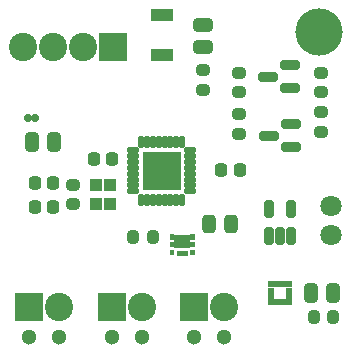
<source format=gbr>
%TF.GenerationSoftware,KiCad,Pcbnew,6.0.2+dfsg-1*%
%TF.CreationDate,2023-10-20T16:05:58+09:00*%
%TF.ProjectId,Hibot_agostiniLuca,4869626f-745f-4616-976f-7374696e694c,rev?*%
%TF.SameCoordinates,Original*%
%TF.FileFunction,Soldermask,Top*%
%TF.FilePolarity,Negative*%
%FSLAX46Y46*%
G04 Gerber Fmt 4.6, Leading zero omitted, Abs format (unit mm)*
G04 Created by KiCad (PCBNEW 6.0.2+dfsg-1) date 2023-10-20 16:05:58*
%MOMM*%
%LPD*%
G01*
G04 APERTURE LIST*
G04 Aperture macros list*
%AMRoundRect*
0 Rectangle with rounded corners*
0 $1 Rounding radius*
0 $2 $3 $4 $5 $6 $7 $8 $9 X,Y pos of 4 corners*
0 Add a 4 corners polygon primitive as box body*
4,1,4,$2,$3,$4,$5,$6,$7,$8,$9,$2,$3,0*
0 Add four circle primitives for the rounded corners*
1,1,$1+$1,$2,$3*
1,1,$1+$1,$4,$5*
1,1,$1+$1,$6,$7*
1,1,$1+$1,$8,$9*
0 Add four rect primitives between the rounded corners*
20,1,$1+$1,$2,$3,$4,$5,0*
20,1,$1+$1,$4,$5,$6,$7,0*
20,1,$1+$1,$6,$7,$8,$9,0*
20,1,$1+$1,$8,$9,$2,$3,0*%
G04 Aperture macros list end*
%ADD10C,0.010000*%
%ADD11RoundRect,0.300000X0.275000X-0.200000X0.275000X0.200000X-0.275000X0.200000X-0.275000X-0.200000X0*%
%ADD12RoundRect,0.300000X-0.275000X0.200000X-0.275000X-0.200000X0.275000X-0.200000X0.275000X0.200000X0*%
%ADD13C,1.800000*%
%ADD14RoundRect,0.100000X0.175000X-0.187500X0.175000X0.187500X-0.175000X0.187500X-0.175000X-0.187500X0*%
%ADD15RoundRect,0.100000X0.187500X0.175000X-0.187500X0.175000X-0.187500X-0.175000X0.187500X-0.175000X0*%
%ADD16RoundRect,0.300000X-0.200000X-0.275000X0.200000X-0.275000X0.200000X0.275000X-0.200000X0.275000X0*%
%ADD17RoundRect,0.350000X0.475000X-0.250000X0.475000X0.250000X-0.475000X0.250000X-0.475000X-0.250000X0*%
%ADD18RoundRect,0.200000X0.130000X0.100000X-0.130000X0.100000X-0.130000X-0.100000X0.130000X-0.100000X0*%
%ADD19RoundRect,0.100000X0.400000X0.450000X-0.400000X0.450000X-0.400000X-0.450000X0.400000X-0.450000X0*%
%ADD20RoundRect,0.325000X0.225000X0.250000X-0.225000X0.250000X-0.225000X-0.250000X0.225000X-0.250000X0*%
%ADD21RoundRect,0.350000X-0.250000X-0.475000X0.250000X-0.475000X0.250000X0.475000X-0.250000X0.475000X0*%
%ADD22C,1.300000*%
%ADD23RoundRect,0.100000X-1.100000X-1.100000X1.100000X-1.100000X1.100000X1.100000X-1.100000X1.100000X0*%
%ADD24C,2.400000*%
%ADD25RoundRect,0.100000X1.100000X1.100000X-1.100000X1.100000X-1.100000X-1.100000X1.100000X-1.100000X0*%
%ADD26RoundRect,0.343750X0.243750X0.456250X-0.243750X0.456250X-0.243750X-0.456250X0.243750X-0.456250X0*%
%ADD27RoundRect,0.300000X0.200000X0.275000X-0.200000X0.275000X-0.200000X-0.275000X0.200000X-0.275000X0*%
%ADD28RoundRect,0.162500X-0.375000X-0.062500X0.375000X-0.062500X0.375000X0.062500X-0.375000X0.062500X0*%
%ADD29RoundRect,0.162500X-0.062500X-0.375000X0.062500X-0.375000X0.062500X0.375000X-0.062500X0.375000X0*%
%ADD30RoundRect,0.100000X-1.550000X-1.550000X1.550000X-1.550000X1.550000X1.550000X-1.550000X1.550000X0*%
%ADD31RoundRect,0.250000X0.150000X-0.512500X0.150000X0.512500X-0.150000X0.512500X-0.150000X-0.512500X0*%
%ADD32RoundRect,0.325000X-0.225000X-0.250000X0.225000X-0.250000X0.225000X0.250000X-0.225000X0.250000X0*%
%ADD33RoundRect,0.100000X0.850000X-0.450000X0.850000X0.450000X-0.850000X0.450000X-0.850000X-0.450000X0*%
%ADD34RoundRect,0.250000X0.587500X0.150000X-0.587500X0.150000X-0.587500X-0.150000X0.587500X-0.150000X0*%
%ADD35C,4.000000*%
G04 APERTURE END LIST*
D10*
%TO.C,U6*%
X139640000Y-106165000D02*
X139940000Y-106165000D01*
X139940000Y-106165000D02*
X139940000Y-106515000D01*
X139940000Y-106515000D02*
X139640000Y-106515000D01*
X139640000Y-106515000D02*
X139640000Y-106165000D01*
G36*
X139940000Y-106515000D02*
G01*
X139640000Y-106515000D01*
X139640000Y-106165000D01*
X139940000Y-106165000D01*
X139940000Y-106515000D01*
G37*
X139940000Y-106515000D02*
X139640000Y-106515000D01*
X139640000Y-106165000D01*
X139940000Y-106165000D01*
X139940000Y-106515000D01*
X140255000Y-106565000D02*
X140255000Y-106285000D01*
X140255000Y-106285000D02*
X141085000Y-106285000D01*
X141085000Y-106285000D02*
X141085000Y-106565000D01*
X141085000Y-106565000D02*
X140255000Y-106565000D01*
G36*
X141085000Y-106565000D02*
G01*
X140255000Y-106565000D01*
X140255000Y-106285000D01*
X141085000Y-106285000D01*
X141085000Y-106565000D01*
G37*
X141085000Y-106565000D02*
X140255000Y-106565000D01*
X140255000Y-106285000D01*
X141085000Y-106285000D01*
X141085000Y-106565000D01*
X139940000Y-105865000D02*
X139640000Y-105865000D01*
X139640000Y-105865000D02*
X139640000Y-105515000D01*
X139640000Y-105515000D02*
X139940000Y-105515000D01*
X139940000Y-105515000D02*
X139940000Y-105865000D01*
G36*
X139940000Y-105865000D02*
G01*
X139640000Y-105865000D01*
X139640000Y-105515000D01*
X139940000Y-105515000D01*
X139940000Y-105865000D01*
G37*
X139940000Y-105865000D02*
X139640000Y-105865000D01*
X139640000Y-105515000D01*
X139940000Y-105515000D01*
X139940000Y-105865000D01*
X141690000Y-105215000D02*
X141390000Y-105215000D01*
X141390000Y-105215000D02*
X141390000Y-104865000D01*
X141390000Y-104865000D02*
X141690000Y-104865000D01*
X141690000Y-104865000D02*
X141690000Y-105215000D01*
G36*
X141690000Y-105215000D02*
G01*
X141390000Y-105215000D01*
X141390000Y-104865000D01*
X141690000Y-104865000D01*
X141690000Y-105215000D01*
G37*
X141690000Y-105215000D02*
X141390000Y-105215000D01*
X141390000Y-104865000D01*
X141690000Y-104865000D01*
X141690000Y-105215000D01*
X141690000Y-105865000D02*
X141390000Y-105865000D01*
X141390000Y-105865000D02*
X141390000Y-105515000D01*
X141390000Y-105515000D02*
X141690000Y-105515000D01*
X141690000Y-105515000D02*
X141690000Y-105865000D01*
G36*
X141690000Y-105865000D02*
G01*
X141390000Y-105865000D01*
X141390000Y-105515000D01*
X141690000Y-105515000D01*
X141690000Y-105865000D01*
G37*
X141690000Y-105865000D02*
X141390000Y-105865000D01*
X141390000Y-105515000D01*
X141690000Y-105515000D01*
X141690000Y-105865000D01*
X140045000Y-105935000D02*
X140045000Y-104885000D01*
X140045000Y-104885000D02*
X141295000Y-104885000D01*
X141295000Y-104885000D02*
X141295000Y-105935000D01*
X141295000Y-105935000D02*
X140045000Y-105935000D01*
G36*
X141295000Y-105935000D02*
G01*
X140045000Y-105935000D01*
X140045000Y-104885000D01*
X141295000Y-104885000D01*
X141295000Y-105935000D01*
G37*
X141295000Y-105935000D02*
X140045000Y-105935000D01*
X140045000Y-104885000D01*
X141295000Y-104885000D01*
X141295000Y-105935000D01*
X139940000Y-105215000D02*
X139640000Y-105215000D01*
X139640000Y-105215000D02*
X139640000Y-104865000D01*
X139640000Y-104865000D02*
X139940000Y-104865000D01*
X139940000Y-104865000D02*
X139940000Y-105215000D01*
G36*
X139940000Y-105215000D02*
G01*
X139640000Y-105215000D01*
X139640000Y-104865000D01*
X139940000Y-104865000D01*
X139940000Y-105215000D01*
G37*
X139940000Y-105215000D02*
X139640000Y-105215000D01*
X139640000Y-104865000D01*
X139940000Y-104865000D01*
X139940000Y-105215000D01*
X141390000Y-106165000D02*
X141690000Y-106165000D01*
X141690000Y-106165000D02*
X141690000Y-106515000D01*
X141690000Y-106515000D02*
X141390000Y-106515000D01*
X141390000Y-106515000D02*
X141390000Y-106165000D01*
G36*
X141690000Y-106515000D02*
G01*
X141390000Y-106515000D01*
X141390000Y-106165000D01*
X141690000Y-106165000D01*
X141690000Y-106515000D01*
G37*
X141690000Y-106515000D02*
X141390000Y-106515000D01*
X141390000Y-106165000D01*
X141690000Y-106165000D01*
X141690000Y-106515000D01*
%TD*%
D11*
%TO.C,R7*%
X152500000Y-96150000D03*
X152500000Y-94500000D03*
%TD*%
D12*
%TO.C,R2*%
X131500000Y-100675000D03*
X131500000Y-102325000D03*
%TD*%
D13*
%TO.C,F1*%
X153300000Y-104950000D03*
X153300000Y-102450000D03*
%TD*%
D11*
%TO.C,R3*%
X142500000Y-92625000D03*
X142500000Y-90975000D03*
%TD*%
D14*
%TO.C,U2*%
X148250000Y-110625000D03*
X148750000Y-110625000D03*
X149250000Y-110625000D03*
X149750000Y-110625000D03*
D15*
X149762500Y-110112500D03*
X149762500Y-109612500D03*
D14*
X149750000Y-109100000D03*
X149250000Y-109100000D03*
X148750000Y-109100000D03*
X148250000Y-109100000D03*
D15*
X148237500Y-109612500D03*
X148237500Y-110112500D03*
%TD*%
D16*
%TO.C,R6*%
X136550000Y-105100000D03*
X138200000Y-105100000D03*
%TD*%
D17*
%TO.C,C10*%
X142500000Y-89000000D03*
X142500000Y-87100000D03*
%TD*%
D18*
%TO.C,L1*%
X128270000Y-95000000D03*
X127630000Y-95000000D03*
%TD*%
D19*
%TO.C,Y1*%
X134625000Y-102325000D03*
X134625000Y-100675000D03*
X133375000Y-100675000D03*
X133375000Y-102325000D03*
%TD*%
D20*
%TO.C,C14*%
X129775000Y-102500000D03*
X128225000Y-102500000D03*
%TD*%
D21*
%TO.C,C3*%
X151600000Y-109862500D03*
X153500000Y-109862500D03*
%TD*%
D22*
%TO.C,J3*%
X137270000Y-113540000D03*
X134730000Y-113540000D03*
D23*
X134730000Y-111000000D03*
D24*
X137270000Y-111000000D03*
%TD*%
D25*
%TO.C,J2*%
X134815000Y-89000000D03*
D24*
X132275000Y-89000000D03*
X129735000Y-89000000D03*
X127195000Y-89000000D03*
%TD*%
D26*
%TO.C,D3*%
X144875000Y-104000000D03*
X143000000Y-104000000D03*
%TD*%
D27*
%TO.C,R1*%
X153500000Y-111862500D03*
X151850000Y-111862500D03*
%TD*%
D22*
%TO.C,J4*%
X127730000Y-113540000D03*
X130270000Y-113540000D03*
D23*
X127730000Y-111000000D03*
D24*
X130270000Y-111000000D03*
%TD*%
D28*
%TO.C,U4*%
X136532500Y-97720000D03*
X136532500Y-98220000D03*
X136532500Y-98720000D03*
X136532500Y-99220000D03*
X136532500Y-99720000D03*
X136532500Y-100220000D03*
X136532500Y-100720000D03*
X136532500Y-101220000D03*
D29*
X137220000Y-101907500D03*
X137720000Y-101907500D03*
X138220000Y-101907500D03*
X138720000Y-101907500D03*
X139220000Y-101907500D03*
X139720000Y-101907500D03*
X140220000Y-101907500D03*
X140720000Y-101907500D03*
D28*
X141407500Y-101220000D03*
X141407500Y-100720000D03*
X141407500Y-100220000D03*
X141407500Y-99720000D03*
X141407500Y-99220000D03*
X141407500Y-98720000D03*
X141407500Y-98220000D03*
X141407500Y-97720000D03*
D29*
X140720000Y-97032500D03*
X140220000Y-97032500D03*
X139720000Y-97032500D03*
X139220000Y-97032500D03*
X138720000Y-97032500D03*
X138220000Y-97032500D03*
X137720000Y-97032500D03*
X137220000Y-97032500D03*
D30*
X138970000Y-99470000D03*
%TD*%
D22*
%TO.C,J1*%
X141730000Y-113540000D03*
X144270000Y-113540000D03*
D23*
X141730000Y-111000000D03*
D24*
X144270000Y-111000000D03*
%TD*%
D31*
%TO.C,U1*%
X148050000Y-105000000D03*
X149000000Y-105000000D03*
X149950000Y-105000000D03*
X149950000Y-102725000D03*
X148050000Y-102725000D03*
%TD*%
D20*
%TO.C,C13*%
X129775000Y-100500000D03*
X128225000Y-100500000D03*
%TD*%
D32*
%TO.C,C6*%
X144025000Y-99400000D03*
X145575000Y-99400000D03*
%TD*%
D33*
%TO.C,SW1*%
X139000000Y-89700000D03*
X139000000Y-86300000D03*
%TD*%
D11*
%TO.C,R4*%
X145500000Y-92825000D03*
X145500000Y-91175000D03*
%TD*%
D34*
%TO.C,Q2*%
X149875000Y-92450000D03*
X149875000Y-90550000D03*
X148000000Y-91500000D03*
%TD*%
%TO.C,Q1*%
X149937500Y-97450000D03*
X149937500Y-95550000D03*
X148062500Y-96500000D03*
%TD*%
D20*
%TO.C,C5*%
X134775000Y-98500000D03*
X133225000Y-98500000D03*
%TD*%
D35*
%TO.C,H1*%
X152275000Y-87700000D03*
%TD*%
D11*
%TO.C,R8*%
X152500000Y-92825000D03*
X152500000Y-91175000D03*
%TD*%
D21*
%TO.C,C12*%
X128000000Y-97000000D03*
X129900000Y-97000000D03*
%TD*%
D12*
%TO.C,R5*%
X145500000Y-94675000D03*
X145500000Y-96325000D03*
%TD*%
M02*

</source>
